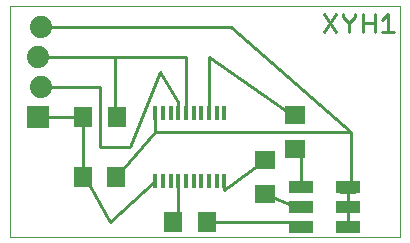
<source format=gtl>
G75*
%MOIN*%
%OFA0B0*%
%FSLAX25Y25*%
%IPPOS*%
%LPD*%
%AMOC8*
5,1,8,0,0,1.08239X$1,22.5*
%
%ADD10C,0.00000*%
%ADD11C,0.01100*%
%ADD12R,0.06299X0.07087*%
%ADD13R,0.07400X0.07400*%
%ADD14C,0.07400*%
%ADD15R,0.07874X0.04331*%
%ADD16R,0.06299X0.07098*%
%ADD17R,0.07098X0.06299*%
%ADD18R,0.01181X0.04724*%
%ADD19C,0.01000*%
D10*
X0004867Y0024750D02*
X0004867Y0101915D01*
X0134985Y0101915D01*
X0134985Y0024750D01*
X0004867Y0024750D01*
D11*
X0109635Y0093300D02*
X0113571Y0099205D01*
X0116080Y0099205D02*
X0116080Y0098221D01*
X0118048Y0096253D01*
X0118048Y0093300D01*
X0118048Y0096253D02*
X0120017Y0098221D01*
X0120017Y0099205D01*
X0122526Y0099205D02*
X0122526Y0093300D01*
X0126462Y0093300D02*
X0126462Y0099205D01*
X0128971Y0097237D02*
X0130939Y0099205D01*
X0130939Y0093300D01*
X0128971Y0093300D02*
X0132908Y0093300D01*
X0126462Y0096253D02*
X0122526Y0096253D01*
X0113571Y0093300D02*
X0109635Y0099205D01*
D12*
X0040378Y0044750D03*
X0029355Y0044750D03*
D13*
X0014367Y0064750D03*
D14*
X0015367Y0074750D03*
X0014367Y0084750D03*
X0015367Y0094750D03*
D15*
X0101993Y0041443D03*
X0101993Y0034750D03*
X0101993Y0028057D03*
X0117741Y0028057D03*
X0117741Y0034750D03*
X0117741Y0041443D03*
D16*
X0070465Y0029750D03*
X0059268Y0029750D03*
X0040465Y0064750D03*
X0029268Y0064750D03*
D17*
X0089867Y0050348D03*
X0099867Y0054152D03*
X0099867Y0065348D03*
X0089867Y0039152D03*
D18*
X0076382Y0043332D03*
X0073823Y0043332D03*
X0071264Y0043332D03*
X0068705Y0043332D03*
X0066146Y0043332D03*
X0063587Y0043332D03*
X0061028Y0043332D03*
X0058469Y0043332D03*
X0055910Y0043332D03*
X0053351Y0043332D03*
X0053351Y0066167D03*
X0055910Y0066167D03*
X0058469Y0066167D03*
X0061028Y0066167D03*
X0063587Y0066167D03*
X0066146Y0066167D03*
X0068705Y0066167D03*
X0071264Y0066167D03*
X0073823Y0066167D03*
X0076382Y0066167D03*
D19*
X0071264Y0066167D02*
X0071264Y0084750D01*
X0099867Y0064750D01*
X0099867Y0065348D01*
X0099867Y0054152D02*
X0101993Y0054152D01*
X0101993Y0041443D01*
X0101993Y0034750D02*
X0101993Y0034152D01*
X0089867Y0039152D01*
X0089867Y0050348D02*
X0076382Y0040348D01*
X0076382Y0043332D01*
X0061028Y0043332D02*
X0061028Y0029750D01*
X0059268Y0029750D01*
X0070465Y0029750D02*
X0101993Y0029750D01*
X0101993Y0028057D01*
X0117741Y0028057D02*
X0117741Y0034750D01*
X0117741Y0039750D01*
X0114867Y0039750D01*
X0117741Y0039750D02*
X0119867Y0039750D01*
X0119867Y0041443D01*
X0117741Y0041443D01*
X0118617Y0041443D01*
X0118617Y0059750D01*
X0053351Y0059750D01*
X0053351Y0066167D01*
X0061028Y0066167D02*
X0061028Y0069750D01*
X0054867Y0079750D01*
X0044867Y0054750D01*
X0034867Y0054750D01*
X0034867Y0074750D01*
X0015367Y0074750D01*
X0014367Y0064750D02*
X0029268Y0064750D01*
X0029355Y0064750D01*
X0029355Y0044750D01*
X0029867Y0044750D01*
X0038351Y0029750D01*
X0053351Y0043332D01*
X0040378Y0044750D02*
X0053351Y0059750D01*
X0063587Y0066167D02*
X0063587Y0084750D01*
X0039867Y0084750D01*
X0039867Y0064750D01*
X0040465Y0064750D01*
X0029867Y0064750D02*
X0029355Y0064750D01*
X0039867Y0084750D02*
X0014367Y0084750D01*
X0015367Y0094750D02*
X0078617Y0094750D01*
X0118617Y0059750D01*
M02*

</source>
